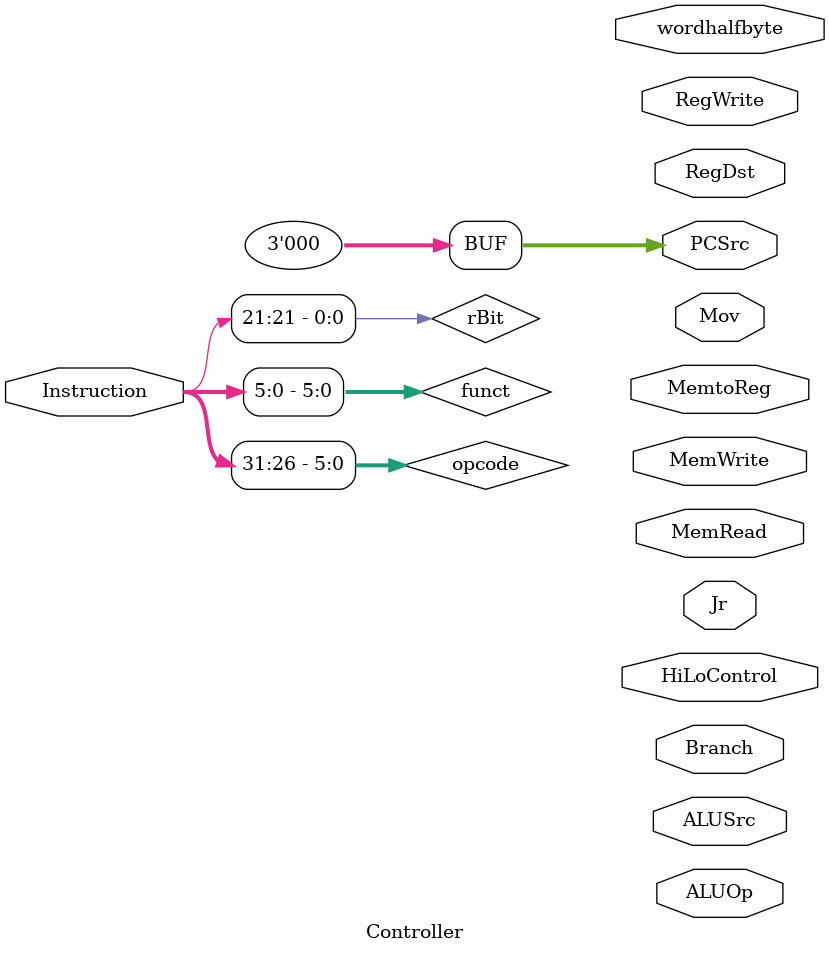
<source format=v>
`timescale 1ns / 1ps


module Controller(Instruction, RegWrite, RegDst, ALUOp, ALUSrc, Branch,
MemWrite, MemRead, MemtoReg, HiLoControl, PCSrc, Jr, Mov, wordhalfbyte);
	input [31:0] Instruction;
	output reg RegWrite, Branch, MemWrite, MemRead, Jr, Mov;
	output reg [1:0] MemtoReg, wordhalfbyte;
	output reg [2:0] RegDst, PCSrc, ALUSrc;
	output reg [3:0] HiLoControl; 
	output reg [4:0] ALUOp; //based on ALU32Bit file
	
	reg [5:0] opcode;
	reg [5:0] funct;
	reg rBit;
	
	always@(*)
	begin
	    opcode <= Instruction[31:26];
	    funct <= Instruction[5:0];
		rBit <= Instruction[21];
		PCSrc <= 0;
		case(opcode)
			6'b000000:
			 begin
				case(funct)
					6'b100000:
					//add
					begin
					RegWrite <= 1;
					RegDst <= 1;
					ALUOp <= 5'b00000;
					ALUSrc <= 0;
					Branch <= 0;
					MemWrite <= 0;
					MemRead <= 0;
					MemtoReg <= 1;
					HiLoControl <= 0;
					Jr <= 0;
					Mov <= 0;
					wordhalfbyte <= 0;
					end

					6'b100001:
					//addu
					begin
					RegWrite <= 1;
					RegDst <= 1;
					ALUOp <= 5'b00000;
					ALUSrc <= 0;
					Branch <= 0;
					MemWrite <= 0;
					MemRead <= 0;
					MemtoReg <= 1;
					HiLoControl <= 0;
					Jr <= 0;
					Mov <= 0;
					wordhalfbyte <= 0;
					end

					6'b100010:
					//sub
					begin
					RegWrite <= 1;
					RegDst <= 1;
					ALUOp <= 5'b00001;
					ALUSrc <= 0;
					Branch <= 0;
					MemWrite <= 0;
					MemRead <= 0;
					MemtoReg <= 1;
					HiLoControl <= 0;
					Jr <= 0;
					Mov <= 0;
					wordhalfbyte <= 0;
					end

					6'b011000:
					//mult
					begin
					RegWrite <= 0;
					//RegDst <= ;
					ALUOp <= 5'b00010;
					ALUSrc <= 0;
					Branch <= 0;
					MemWrite <= 0;
					MemRead <= 0;
					MemtoReg <= 1;
					HiLoControl <= 4'b0001;
					Jr <= 0;
					Mov <= 0;
					wordhalfbyte <= 0;
					end

					6'b011001:
					//multu
					begin
					RegWrite <= 0;
					//RegDst <= ;
					ALUOp <= 5'b00010;
					ALUSrc <= 0;
					Branch <= 0;
					MemWrite <= 0;
					MemRead <= 0;
					MemtoReg <= 1;
					HiLoControl <= 4'b0010;
					Jr <= 0;
					Mov <= 0;
					wordhalfbyte <= 0;
					end

					6'b010001:
					//mthi
					begin
					RegWrite <= 0;
					//RegDst <= ;
					ALUOp <= 5'b11101; //Set ALUResult to rs;
					//ALUSrc <= ;
					Branch <= 0;
					MemWrite <= 0;
					MemRead <= 0;
					//MemtoReg <= ;
					HiLoControl <= 4'b0101;//Set Hi to ALUResult;
					Jr <= 0;
					Mov <= 0;
					wordhalfbyte <= 0;
					end

					6'b010011:
					//mtlo
					begin
					RegWrite <= 0;
					//RegDst <= ;
					ALUOp <= 5'b11101; //Set ALUResult to rs;
					//ALUSrc <= ;
					Branch <= 0;
					MemWrite <= 0;
					MemRead <= 0;
					//MemtoReg <= ;
					HiLoControl <= 4'b0110; //Set Lo to ALUResult;
					Jr <= 0;
					Mov <= 0;
					wordhalfbyte <= 0;
					end

					6'b010000:
					//mfhi
					begin
					RegWrite <= 1;
					RegDst <= 1;
					ALUOp <= 5'b11110;
					//ALUSrc <= ;
					Branch <= 0;
					MemWrite <= 0;
					MemRead <= 0;
					//MemtoReg <= ;
					HiLoControl <= 4'b0111;//Set rd = Hi;
					Jr <= 0;
					Mov <= 0;
					wordhalfbyte <= 0;
					end

					6'b010010:
					//mflo
					begin
					RegWrite <= 1;
					RegDst <= 1;
					ALUOp <= 5'b11110;
					//ALUSrc <= ;
					Branch <= 0;
					MemWrite <= 0;
					MemRead <= 0;
					//MemtoReg <= ;
					HiLoControl <= 4'b1000;//Set rd = Lo;
					Jr <= 0;
					Mov <= 0;
					wordhalfbyte <= 0;
					end

					6'b001000:
					//jr
					begin
					RegWrite <= 0;
					//RegDst <= ;
					//ALUOp <= ;
					//ALUSrc <= ;
					Branch <= 0;
					MemWrite <= 0;
					MemRead <= 0;
					//MemtoReg <= ;
					HiLoControl <= 0;
					Jr <= 1;
					Mov <= 0;
					wordhalfbyte <= 0;
					end

					6'b100100:
					//and
					begin
					RegWrite <= 1;
					RegDst <= 1;
					ALUOp <= 5'b00011;
					ALUSrc <= 0;
					Branch <= 0;
					MemWrite <= 0;
					MemRead <= 0;
					MemtoReg <= 1;
					HiLoControl <= 0;
					Jr <= 0;
					Mov <= 0;
					wordhalfbyte <= 0;
					end

					6'b100101:
					//or
					begin
					RegWrite <= 1;
					RegDst <= 1;
					ALUOp <= 5'b00100;
					ALUSrc <= 1;
					Branch <= 0;
					MemWrite <= 0;
					MemRead <= 0;
					MemtoReg <= 1;
					HiLoControl <= 0;
					Jr <= 0;
					Mov <= 0;
					wordhalfbyte <= 0;
					end

					6'b100111:
					//nor
					begin
					RegWrite <= 1;
					RegDst <= 1;
					ALUOp <= 5'b01011;
					ALUSrc <= 0;
					Branch <= 0;
					MemWrite <= 0;
					MemRead <= 0;
					MemtoReg <= 1;
					HiLoControl <= 0;
					Jr <= 0;
					Mov <= 0;
					wordhalfbyte <= 0;
					end

					6'b100110:
					//xor
					begin
					RegWrite <= 1;
					RegDst <= 1;
					ALUOp <= 5'b01100;
					ALUSrc <= 0;
					Branch <= 0;
					MemWrite <= 0;
					MemRead <= 0;
					MemtoReg <= 1;
					HiLoControl <= 0;
					Jr <= 0;
					Mov <= 0;
					wordhalfbyte <= 0;
					end

					6'b000000:
					begin
					   if(Instruction[25:6] == 20'b00000000000000000000) begin    //nop
					       RegWrite <= 0;
					       RegDst <= 0;
					       ALUOp <= 5'b00000;
					       ALUSrc <= 0;
					       Branch <= 0;
					       MemWrite <= 0;
					       MemRead <= 0;
					       MemtoReg <= 0;
					       HiLoControl <= 0;
					       Jr <= 0;
					       Mov <= 0;
					       wordhalfbyte <= 0;
					   end
					   else begin  //sll
					       RegWrite <= 1;
					       RegDst <= 1;
					       ALUOp <= 5'b01000;
					       ALUSrc <= 2;
					       Branch <= 0;
					       MemWrite <= 0;
					       MemRead <= 0;
					       MemtoReg <= 1;
					       HiLoControl <= 0;
					       Jr <= 0;
					       Mov <= 0;
					       wordhalfbyte <= 0;
					   end
					end

					6'b000010:
					//srl and rotr
					begin
					if (rBit == 0) begin //srl
						RegWrite <= 1;
						RegDst <= 1;
						ALUOp <= 5'b01001;
						ALUSrc <= 2;
						Branch <= 0;
						MemWrite <= 0;
						MemRead <= 0;
						MemtoReg <= 1;
						HiLoControl <= 0;
						Jr <= 0;
					    Mov <= 0;
					    wordhalfbyte <= 0;
					end
					else if (rBit == 1) begin //rotr
						RegWrite <= 1;
						RegDst <= 1;
						ALUOp <= 5'b01101;
						ALUSrc <= 2;
						Branch <= 0;
						MemWrite <= 0;
						MemRead <= 0;
						MemtoReg <= 1;
						HiLoControl <= 0;
						Jr <= 0;
					    Mov <= 0;
					    wordhalfbyte <= 0;
					end
					end

					6'b000100:
					//sllv
					begin
					RegWrite <= 1;
					RegDst <= 1;
					ALUOp <= 5'b10111;
					ALUSrc <= 0;
					Branch <= 0;
					MemWrite <= 0;
					MemRead <= 0;
					MemtoReg <= 1;
					HiLoControl <= 0;
					Jr <= 0;
					Mov <= 0;
					wordhalfbyte <= 0;
					end

					6'b000110:
					//srlv
					begin
					RegWrite <= 1;
					RegDst <= 1;
					ALUOp <= 5'b11000;
					ALUSrc <= 0;
					Branch <= 0;
					MemWrite <= 0;
					MemRead <= 0;
					MemtoReg <= 1;
					HiLoControl <= 0;
					Jr <= 0;
				    Mov <= 0;
				    wordhalfbyte <= 0;
					end

					6'b101010:
					//slt
					begin
					RegWrite <= 1;
					RegDst <= 1;
					ALUOp <= 5'b00111;
					ALUSrc <= 0;
					Branch <= 0;
					MemWrite <= 0;
					MemRead <= 0;
					MemtoReg <= 1;
					HiLoControl <= 0;
					Jr <= 0;
					Mov <= 0;
					wordhalfbyte <= 0;
					end

					6'b001011:
					//movn
					begin
					//RegWrite <=;
					RegDst <= 1;
					ALUOp <= 5'b00101;//Set ALUResult to 0 if rt != 0;
					ALUSrc <= 0;
					Branch <= 0;
					MemWrite <= 0;
					MemRead <= 0;
					MemtoReg <= 1;
					HiLoControl <= 0;
					Jr <= 0;
					Mov <= 1;
					wordhalfbyte <= 0;
					end

					6'b001010:
					//movz
					begin
					//RegWrite <= //Todo Fix Me;
					RegDst <= 1;
					ALUOp <= 5'b11111;//Set ALUResult to 0 if rt == 0;
					ALUSrc <= 0;
					Branch <= 0;
					MemWrite <= 0;
					MemRead <= 0;
					MemtoReg <= 1;
					HiLoControl <= 0;
					Jr <= 0;
					Mov <= 1;
					wordhalfbyte <= 0;
					end

					6'b000110:
					//rotrv
					begin
					RegWrite <= 1;
					RegDst <= 1;
					ALUOp <= 5'b11010;
					ALUSrc <= 0;
					Branch <= 0;
					MemWrite <= 0;
					MemRead <= 0;
					MemtoReg <= 1;
					HiLoControl <= 0;
					Jr <= 0;
					Mov <= 0;
					wordhalfbyte <= 0;
					end

					6'b000010:
					//rotr (Todo Check With srl)
					begin
					RegWrite <= 1;
					RegDst <= 1;
					ALUOp <= 5'b01101;
					ALUSrc <= 0;
					Branch <= 0;
					MemWrite <= 0;
					MemRead <= 0;
					MemtoReg <= 1;
					HiLoControl <= 0;
					Jr <= 0;
					Mov <= 0;
					wordhalfbyte <= 0;
					end

					6'b000011:
					//sra
					begin
					RegWrite <= 1;
					RegDst <= 1;
					ALUOp <= 5'b01010;
					ALUSrc <= 2;
					Branch <= 0;
					MemWrite <= 0;
					MemRead <= 0;
					MemtoReg <= 1;
					HiLoControl <= 0;
					Jr <= 0;
					Mov <= 0;
					wordhalfbyte <= 0;
					end

					6'b000111:
					//srav
					begin
					RegWrite <= 1;
					RegDst <= 1;
					ALUOp <= 5'b11001;
					ALUSrc <= 0;
					Branch <= 0;
					MemWrite <= 0;
					MemRead <= 0;
					MemtoReg <= 1;
					HiLoControl <= 0;
					Jr <= 0;
					Mov <= 0;
					wordhalfbyte <= 0;
					end

					6'b101011:
					//sltu
					begin
					RegWrite <= 1;
					RegDst <= 1;
					ALUOp <= 5'b10011;
					ALUSrc <= 0;
					Branch <= 0;
					MemWrite <= 0;
					MemRead <= 0;
					MemtoReg <= 1;
					HiLoControl <= 0;
					Jr <= 0;
					Mov <= 0;
					wordhalfbyte <= 0;
					end

					default:
					begin
					end
				endcase

			end
   		 6'b000001:
   			 begin
   			 RegWrite <= 0;
   			 RegDst <= 0;
   			 ALUSrc <= 0;
   			 Branch <= 0;
   			 MemRead <= 0;
   			 MemWrite <= 0;
   			 MemtoReg <= 0;
   			 HiLoControl <= 5'b00000;
   			 ALUOp <= 5'b00000;
   			 Jr <= 0;
			 Mov <= 0;
			 wordhalfbyte <= 0;
   			 end
   		 6'b001001: //addiu
   			 begin
   			 RegWrite <= 1;
   			 RegDst <= 0;
   			 ALUSrc <= 1;
   			 Branch <= 0;
   			 MemRead <= 0;
   			 MemWrite <= 0;
   			 MemtoReg <= 1;
   			 HiLoControl <= 5'b00000;
   			 ALUOp <= 5'b00000;
   			 Jr <= 0;
			 Mov <= 0;
			 wordhalfbyte <= 0;
   			 end
   		 6'b001000: //addi
   			 begin
   			 RegWrite <= 1;
   			 RegDst <= 0;
   			 ALUSrc <= 1;
   			 Branch <= 0;
   			 MemRead <= 0;
   			 MemWrite <= 0;
   			 MemtoReg <= 1;
   			 HiLoControl <= 5'b00000;
   			 ALUOp <= 5'b00000;
   			 Jr <= 0;
			 Mov <= 0;
			 wordhalfbyte <= 0;
   			 end
   		 6'b011100: //multiply series of operations
   			 begin
   			 case(funct)
   			 6'b000010: //mul
   				 begin
   				 RegWrite <= 1;
   				 RegDst <= 1;
   				 ALUSrc <= 0;
   				 Branch <= 0;
   				 MemRead <= 0;
   				 MemWrite <= 0;
   				 MemtoReg <= 1;
   				 HiLoControl <= 5'b00000;
   				 ALUOp <= 5'b00010;
   				 Jr <= 0;
			     Mov <= 0;
			     wordhalfbyte <= 0;
   				 end
   			 6'b000000: //madd
   				 begin
   				 RegWrite <= 0;
   				 //RegDst <= 0;
   				 ALUSrc <= 0;
   				 Branch <= 0;
   				 MemRead <= 0;
   				 MemWrite <= 0;
   				 MemtoReg <= 1;
   				 HiLoControl <= 4'b0011; 
   				 ALUOp <= 5'b00010;
   				 Jr <= 0;
			     Mov <= 0;
			     wordhalfbyte <= 0;
   				 end
   			 6'b000100: //msub
   				 begin
   				 RegWrite <= 0;
   				 //RegDst <= 0;
   				 ALUSrc <= 0;
   				 Branch <= 0;
   				 MemRead <= 0;
   				 MemWrite <= 0;
   				 MemtoReg <= 1;
   				 HiLoControl <= 4'b0100; 
   				 ALUOp <= 5'b00010;
   				 Jr <= 0;
			     Mov <= 0;
			     wordhalfbyte <= 0;
   				 end
   			 default:
   			 begin
   			 end
   			 endcase
   			 end
   		 6'b100011: //lw
   			 begin
   			 RegWrite <= 1;
   			 RegDst <= 0;
   			 ALUSrc <= 1;
   			 Branch <= 0;
   			 MemRead <= 1;
   			 MemWrite <= 0;
   			 MemtoReg <= 0;
   			 HiLoControl <= 5'b00000;
   			 ALUOp <= 5'b00000;
   			 Jr <= 0;
			 Mov <= 0;
			 wordhalfbyte <= 0;
   			 end
   		 6'b101011: //sw
   			 begin
   			 RegWrite <= 0;
   			 //RegDst <= 0;
   			 ALUSrc <= 1;
   			 Branch <= 0;
   			 MemRead <= 0;
   			 MemWrite <= 1;
   			 //MemtoReg <= 0;
   			 HiLoControl <= 5'b00000;
   			 ALUOp <= 5'b00000;
   			 Jr <= 0;
			 Mov <= 0;
			 wordhalfbyte <= 0;
   			 end
   		 6'b101000: //sb
   			 begin
   			 RegWrite <= 0;
   			 //RegDst <= 0;
   			 ALUSrc <= 1;
   			 Branch <= 0;
   			 MemRead <= 0;
   			 MemWrite <= 1;
   			 //MemtoReg <= 0;
   			 HiLoControl <= 5'b00000;
   			 ALUOp <= 5'b00000;
   			 Jr <= 0;
			 Mov <= 0;
			 wordhalfbyte <= 2;
   			 end
   		 6'b100001: //lh
   			 begin
   			 RegWrite <= 1;
   			 RegDst <= 0;
   			 ALUSrc <= 1;
   			 Branch <= 0;
   			 MemRead <= 1;
   			 MemWrite <= 0;
   			 MemtoReg <= 0;
   			 HiLoControl <= 5'b00000;
   			 ALUOp <= 5'b00000;
   			 Jr <= 0;
			 Mov <= 0;
			 wordhalfbyte <= 1;
   			 end
   		 6'b100000: //lb
   			 begin
   			 RegWrite <= 1;
   			 RegDst <= 0;
   			 ALUSrc <= 1;
   			 Branch <= 0;
   			 MemRead <= 1;
   			 MemWrite <= 0;
   			 MemtoReg <= 0;
   			 HiLoControl <= 5'b00000;
   			 ALUOp <= 5'b00000;
   			 Jr <= 0;
			 Mov <= 0;
			 wordhalfbyte <= 2;
   			 end
   		 6'b101001: //sh
   			 begin
   			 RegWrite <= 0;
   			 //RegDst <= 0;
   			 ALUSrc <= 1;
   			 Branch <= 0;
   			 MemRead <= 0;
   			 MemWrite <= 1;
   			 //MemtoReg <= 0;
   			 HiLoControl <= 5'b00000;
   			 ALUOp <= 5'b00000;
   			 Jr <= 0;
			 Mov <= 0;
			 wordhalfbyte <= 1;
   			 end
   		 6'b001111: //lui
   			 begin
   			 RegWrite <= 1;
   			 RegDst <= 0;
   			 ALUSrc <= 1;
   			 Branch <= 0;
   			 MemRead <= 0;
   			 MemWrite <= 0;
   			 MemtoReg <= 1;
   			 HiLoControl <= 5'b00000;
   			 ALUOp <= 5'b01110;
   			 Jr <= 0;
			 Mov <= 0;
			 wordhalfbyte <= 0;
   			 end
   		 6'b000001: //____ to zero
   			 begin
   			 case(funct)
   			 5'b00001: //bgez
   				 begin
   				 RegWrite <= 0;
   				 //RegDst <= 0;
   				 ALUSrc <= 0;
   				 Branch <= 1;
   				 MemRead <= 0;
   				 MemWrite <= 0;
   				 //MemtoReg <= 0;
   				 HiLoControl <= 5'b00000;
   				 ALUOp <= 5'b01111;
   				 Jr <= 0;
			     Mov <= 0;
			     wordhalfbyte <= 0;
   				 end
   			 5'b00000: //bltz
   				 begin
   				 RegWrite <= 0;
   				 //RegDst <= 0;
   				 ALUSrc <= 0;
   				 Branch <= 1;
   				 MemRead <= 0;
   				 MemWrite <= 0;
   				 //MemtoReg <= 0;
   				 HiLoControl <= 5'b00000;
   				 ALUOp <= 5'b10010;
   				 Jr <= 0;
			     Mov <= 0;
			     wordhalfbyte <= 0;
   				 end
   			 default:
   				 begin
   				 end
   			 endcase
   			 end
   		 6'b000100: //beq
   			 begin
   			 RegWrite <= 0;
   			 //RegDst <= 0;
   			 ALUSrc <= 0;
   			 Branch <= 1;
   			 MemRead <= 0;
   			 MemWrite <= 0;
   			 //MemtoReg <= 0;
   			 HiLoControl <= 5'b00000;
   			 ALUOp <= 5'b00001;
   			 Jr <= 0;
			 Mov <= 0;
			 wordhalfbyte <= 0;
   			 end
   		 6'b000101: //bne
   			 begin
   			 RegWrite <= 0;
   			 //RegDst <= 0;
   			 ALUSrc <= 0;
   			 Branch <= 1;
   			 MemRead <= 0;
   			 MemWrite <= 0;
   			 //MemtoReg <= 0;
   			 HiLoControl <= 5'b00000;
   			 ALUOp <= 5'b00110;
   			 Jr <= 0;
			 Mov <= 0;
			 wordhalfbyte <= 0;
   			 end
   		 6'b000111: //bgtz
   			 begin
   			 RegWrite <= 0;
   			 //RegDst <= 0;
   			 ALUSrc <= 0;
   			 Branch <= 1;
   			 MemRead <= 0;
   			 MemWrite <= 0;
   			 //MemtoReg <= 0;
   			 HiLoControl <= 5'b00000;
   			 ALUOp <= 5'b10000;
   			 Jr <= 0;
			 Mov <= 0;
			 wordhalfbyte <= 0;
   			 end
   		 6'b000110: //blez
   			 begin
   			 RegWrite <= 0;
   			 //RegDst <= 0;
   			 ALUSrc <= 0;
   			 Branch <= 1;
   			 MemRead <= 0;
   			 MemWrite <= 0;
   			 //MemtoReg <= 0;
   			 HiLoControl <= 5'b00000;
   			 ALUOp <= 5'b10001;
   			 Jr <= 0;
			 Mov <= 0;
			 wordhalfbyte <= 0;
   			 end		
	
			6'b000010:	//j
				begin
				RegWrite <= 0;
				//RegDst <= 0;
				//ALUSrc <= 0;
				//Branch <= 0;
				MemWrite <= 0;
				MemRead <= 0;
				//MemtoReg <= 0;
				HiLoControl <= 5'b00000;
				//ALUOp <= 5'b00000;
				PCSrc <= 2;
				Jr <= 0;
			    Mov <= 0;
			    wordhalfbyte <= 0;
				end
			6'b000011:	//jal
				begin
				RegWrite <= 1;
				RegDst <= 2;
				ALUSrc <= 0;
				Branch <= 0;
				MemWrite <= 0;
				MemRead <= 0;
				MemtoReg <= 2;
				HiLoControl <= 5'b00000;
				ALUOp <= 5'b00000;
				Jr <= 0;
			    Mov <= 0;
			    wordhalfbyte <= 0;
				end
			6'b001100:	//andi
				begin
				RegWrite <= 1;
				RegDst <= 0;
				ALUSrc <= 1;
				Branch <= 0;
				MemWrite <= 0;
				MemRead <= 0;
				MemtoReg <= 1;
				HiLoControl <= 5'b00000;
				ALUOp <= 5'b00011;
				Jr <= 0;
			    Mov <= 0;
			    wordhalfbyte <= 0;
				end
			6'b001101:	//ori
				begin
				RegWrite <= 1;
				RegDst <= 0;
				ALUSrc <= 1;
				Branch <= 0;
				MemWrite <= 0;
				MemRead <= 0;
				MemtoReg <= 1;
				HiLoControl <= 5'b00000;
				ALUOp <= 5'b00100;
				Jr <= 0;
			    Mov <= 0;
			    wordhalfbyte <= 0;
				end
			6'b001110:	//xori
				begin
				RegWrite <= 1;
				RegDst <= 0;
				ALUSrc <= 1;
				Branch <= 0;
				MemWrite <= 0;
				MemRead <= 0;
				MemtoReg <= 1;
				HiLoControl <= 5'b00000;
				ALUOp <= 5'b01100;
				Jr <= 0;
			    Mov <= 0;
			    wordhalfbyte <= 0;
				end
			6'b011111:	//seh
				begin
				RegWrite <= 1;
				RegDst <= 1;
				ALUSrc <= 0;
				Branch <= 0;
				MemWrite <= 0;
				MemRead <= 0;
				MemtoReg <= 1;
				HiLoControl <= 5'b00000;
				ALUOp <= 5'b10101;
				Jr <= 0;
			    Mov <= 0;
			    wordhalfbyte <= 0;
				end
			6'b001010:	//slti
				begin
				RegWrite <= 1;
				RegDst <= 0;
				ALUSrc <= 1;
				Branch <= 0;
				MemWrite <= 0;
				MemRead <= 0;
				MemtoReg <= 1;
				HiLoControl <= 5'b00000;
				ALUOp <= 5'b10011;
				Jr <= 0;
			    Mov <= 0;
			    wordhalfbyte <= 0;
				end
			6'b011111:	//seb
				begin
				RegWrite <= 1;
				RegDst <= 1;
				ALUSrc <= 0;
				Branch <= 0;
				MemWrite <= 0;
				MemRead <= 0;
				MemtoReg <= 1;
				HiLoControl <= 5'b00000;
				ALUOp <= 5'b10110;
				Jr <= 0;
			    Mov <= 0;
			    wordhalfbyte <= 0;
				end
			6'b001011:	//sltiu
				begin
				RegWrite <= 1;
				RegDst <= 0;
				ALUSrc <= 1;
				Branch <= 0;
				MemWrite <= 0;
				MemRead <= 0;
				MemtoReg <= 1;
				HiLoControl <= 5'b00000;
				ALUOp <= 5'b10011;
				Jr <= 0;
			    Mov <= 0;
			    wordhalfbyte <= 0;
				end
			default:
				begin
				end
		endcase
	end
endmodule






</source>
